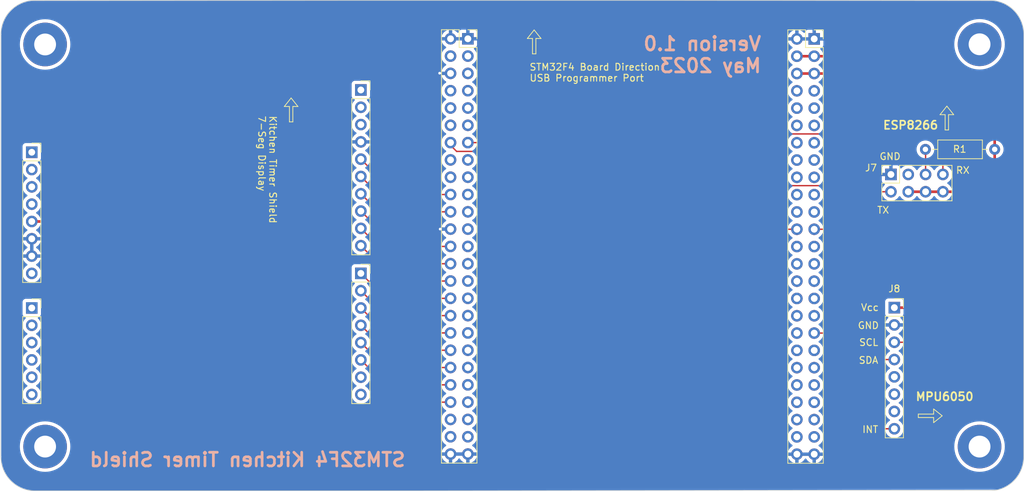
<source format=kicad_pcb>
(kicad_pcb (version 20221018) (generator pcbnew)
  (layers (0 "F.Cu" signal) (31 "B.Cu" signal) (34 "B.Paste" user) (35 "F.Paste" user) (36 "B.SilkS" user "B.Silkscreen") (37 "F.SilkS" user "F.Silkscreen") (38 "B.Mask" user) (39 "F.Mask" user) (44 "Edge.Cuts" user))
  (net 0 "")
  (net 1 "GND")
  (net 20 "+5V")
  (net 21 "+3V0")
  (net 30 "SDA")
  (net 31 "SCL")
  (net 34 "RX")
  (net 35 "TX")
  (net 59 "Dig1")
  (net 60 "Dig2")
  (net 61 "Dig3")
  (net 62 "Dig4")
  (net 63 "DS")
  (net 64 "ST_CP")
  (net 65 "SH_CP")
  (net 66 "Buzzer")
  (net 67 "RED_LED")
  (net 68 "GREEN_LED")
  (net 69 "Button_2")
  (net 70 "Button_1")
  (net 72 "Net-(J7-Pin_5)")
  (net 88 "INT")
  (footprint "Connector_PinSocket_2.54mm:PinSocket_2x25_P2.54mm_Vertical" (layer "F.Cu") (at 161.4524 42.0362)
    (fp_text reference "J2")
    (fp_text value "Discovery Board Conn 2")
    (fp_line (start -3.87 -1.33) (end -3.87 62.29) (stroke (width 0.12)) (layer "F.SilkS"))
    (fp_line (start -3.87 -1.33) (end -1.27 -1.33) (stroke (width 0.12)) (layer "F.SilkS"))
    (fp_line (start -3.87 62.29) (end 1.33 62.29) (stroke (width 0.12)) (layer "F.SilkS"))
    (fp_line (start -1.27 -1.33) (end -1.27 1.27) (stroke (width 0.12)) (layer "F.SilkS"))
    (fp_line (start -1.27 1.27) (end 1.33 1.27) (stroke (width 0.12)) (layer "F.SilkS"))
    (fp_line (start 0 -1.33) (end 1.33 -1.33) (stroke (width 0.12)) (layer "F.SilkS"))
    (fp_line (start 1.33 -1.33) (end 1.33 0) (stroke (width 0.12)) (layer "F.SilkS"))
    (fp_line (start 1.33 1.27) (end 1.33 62.29) (stroke (width 0.12)) (layer "F.SilkS"))
    (pad "1" thru_hole rect (at 0 0) (size 1.7 1.7) (drill 1) (layers "*.Cu" "*.Mask") (net 1 "GND"))
    (pad "2" thru_hole oval (at -2.54 0) (size 1.7 1.7) (drill 1) (layers "*.Cu" "*.Mask") (net 1 "GND"))
    (pad "3" thru_hole oval (at 0 2.54) (size 1.7 1.7) (drill 1) (layers "*.Cu" "*.Mask") (net 20 "+5V"))
    (pad "4" thru_hole oval (at -2.54 2.54) (size 1.7 1.7) (drill 1) (layers "*.Cu" "*.Mask") (net 20 "+5V"))
    (pad "5" thru_hole oval (at 0 5.08) (size 1.7 1.7) (drill 1) (layers "*.Cu" "*.Mask") (net 21 "+3V0"))
    (pad "6" thru_hole oval (at -2.54 5.08) (size 1.7 1.7) (drill 1) (layers "*.Cu" "*.Mask") (net 21 "+3V0"))
    (pad "7" thru_hole oval (at 0 7.62) (size 1.7 1.7) (drill 1) (layers "*.Cu" "*.Mask"))
    (pad "8" thru_hole oval (at -2.54 7.62) (size 1.7 1.7) (drill 1) (layers "*.Cu" "*.Mask"))
    (pad "9" thru_hole oval (at 0 10.16) (size 1.7 1.7) (drill 1) (layers "*.Cu" "*.Mask"))
    (pad "10" thru_hole oval (at -2.54 10.16) (size 1.7 1.7) (drill 1) (layers "*.Cu" "*.Mask"))
    (pad "11" thru_hole oval (at 0 12.7) (size 1.7 1.7) (drill 1) (layers "*.Cu" "*.Mask"))
    (pad "12" thru_hole oval (at -2.54 12.7) (size 1.7 1.7) (drill 1) (layers "*.Cu" "*.Mask"))
    (pad "13" thru_hole oval (at 0 15.24) (size 1.7 1.7) (drill 1) (layers "*.Cu" "*.Mask"))
    (pad "14" thru_hole oval (at -2.54 15.24) (size 1.7 1.7) (drill 1) (layers "*.Cu" "*.Mask"))
    (pad "15" thru_hole oval (at 0 17.78) (size 1.7 1.7) (drill 1) (layers "*.Cu" "*.Mask"))
    (pad "16" thru_hole oval (at -2.54 17.78) (size 1.7 1.7) (drill 1) (layers "*.Cu" "*.Mask"))
    (pad "17" thru_hole oval (at 0 20.32) (size 1.7 1.7) (drill 1) (layers "*.Cu" "*.Mask"))
    (pad "18" thru_hole oval (at -2.54 20.32) (size 1.7 1.7) (drill 1) (layers "*.Cu" "*.Mask"))
    (pad "19" thru_hole oval (at 0 22.86) (size 1.7 1.7) (drill 1) (layers "*.Cu" "*.Mask"))
    (pad "20" thru_hole oval (at -2.54 22.86) (size 1.7 1.7) (drill 1) (layers "*.Cu" "*.Mask"))
    (pad "21" thru_hole oval (at 0 25.4) (size 1.7 1.7) (drill 1) (layers "*.Cu" "*.Mask"))
    (pad "22" thru_hole oval (at -2.54 25.4) (size 1.7 1.7) (drill 1) (layers "*.Cu" "*.Mask"))
    (pad "23" thru_hole oval (at 0 27.94) (size 1.7 1.7) (drill 1) (layers "*.Cu" "*.Mask") (net 30 "SDA"))
    (pad "24" thru_hole oval (at -2.54 27.94) (size 1.7 1.7) (drill 1) (layers "*.Cu" "*.Mask") (net 31 "SCL"))
    (pad "25" thru_hole oval (at 0 30.48) (size 1.7 1.7) (drill 1) (layers "*.Cu" "*.Mask"))
    (pad "26" thru_hole oval (at -2.54 30.48) (size 1.7 1.7) (drill 1) (layers "*.Cu" "*.Mask"))
    (pad "27" thru_hole oval (at 0 33.02) (size 1.7 1.7) (drill 1) (layers "*.Cu" "*.Mask"))
    (pad "28" thru_hole oval (at -2.54 33.02) (size 1.7 1.7) (drill 1) (layers "*.Cu" "*.Mask"))
    (pad "29" thru_hole oval (at 0 35.56) (size 1.7 1.7) (drill 1) (layers "*.Cu" "*.Mask"))
    (pad "30" thru_hole oval (at -2.54 35.56) (size 1.7 1.7) (drill 1) (layers "*.Cu" "*.Mask"))
    (pad "31" thru_hole oval (at 0 38.1) (size 1.7 1.7) (drill 1) (layers "*.Cu" "*.Mask"))
    (pad "32" thru_hole oval (at -2.54 38.1) (size 1.7 1.7) (drill 1) (layers "*.Cu" "*.Mask"))
    (pad "33" thru_hole oval (at 0 40.64) (size 1.7 1.7) (drill 1) (layers "*.Cu" "*.Mask"))
    (pad "34" thru_hole oval (at -2.54 40.64) (size 1.7 1.7) (drill 1) (layers "*.Cu" "*.Mask"))
    (pad "35" thru_hole oval (at 0 43.18) (size 1.7 1.7) (drill 1) (layers "*.Cu" "*.Mask") (net 88 "INT"))
    (pad "36" thru_hole oval (at -2.54 43.18) (size 1.7 1.7) (drill 1) (layers "*.Cu" "*.Mask"))
    (pad "37" thru_hole oval (at 0 45.72) (size 1.7 1.7) (drill 1) (layers "*.Cu" "*.Mask"))
    (pad "38" thru_hole oval (at -2.54 45.72) (size 1.7 1.7) (drill 1) (layers "*.Cu" "*.Mask"))
    (pad "39" thru_hole oval (at 0 48.26) (size 1.7 1.7) (drill 1) (layers "*.Cu" "*.Mask"))
    (pad "40" thru_hole oval (at -2.54 48.26) (size 1.7 1.7) (drill 1) (layers "*.Cu" "*.Mask"))
    (pad "41" thru_hole oval (at 0 50.8) (size 1.7 1.7) (drill 1) (layers "*.Cu" "*.Mask"))
    (pad "42" thru_hole oval (at -2.54 50.8) (size 1.7 1.7) (drill 1) (layers "*.Cu" "*.Mask"))
    (pad "43" thru_hole oval (at 0 53.34) (size 1.7 1.7) (drill 1) (layers "*.Cu" "*.Mask"))
    (pad "44" thru_hole oval (at -2.54 53.34) (size 1.7 1.7) (drill 1) (layers "*.Cu" "*.Mask"))
    (pad "45" thru_hole oval (at 0 55.88) (size 1.7 1.7) (drill 1) (layers "*.Cu" "*.Mask"))
    (pad "46" thru_hole oval (at -2.54 55.88) (size 1.7 1.7) (drill 1) (layers "*.Cu" "*.Mask"))
    (pad "47" thru_hole oval (at 0 58.42) (size 1.7 1.7) (drill 1) (layers "*.Cu" "*.Mask"))
    (pad "48" thru_hole oval (at -2.54 58.42) (size 1.7 1.7) (drill 1) (layers "*.Cu" "*.Mask"))
    (pad "49" thru_hole oval (at 0 60.96) (size 1.7 1.7) (drill 1) (layers "*.Cu" "*.Mask") (net 1 "GND"))
    (pad "50" thru_hole oval (at -2.54 60.96) (size 1.7 1.7) (drill 1) (layers "*.Cu" "*.Mask") (net 1 "GND"))
  )
  (footprint "MountingHole:MountingHole_3.2mm_M3_Pad" (layer "F.Cu") (at 185.6994 101.8794)
    (fp_text reference "H3" hide)
    (fp_text value "MountingHole")
    (pad "1" thru_hole circle (at 0 0) (size 6.4 6.4) (drill 3.2) (layers "*.Cu" "*.Mask"))
  )
  (footprint "Connector_PinSocket_2.54mm:PinSocket_1x08_P2.54mm_Vertical" (layer "F.Cu") (at 94.9706 76.454)
    (fp_text reference "J6" hide)
    (fp_text value "Digital/PWM")
    (fp_line (start -1.33 1.27) (end -1.33 19.11) (stroke (width 0.12)) (layer "F.SilkS"))
    (fp_line (start -1.33 1.27) (end 1.33 1.27) (stroke (width 0.12)) (layer "F.SilkS"))
    (fp_line (start -1.33 19.11) (end 1.33 19.11) (stroke (width 0.12)) (layer "F.SilkS"))
    (fp_line (start 0 -1.33) (end 1.33 -1.33) (stroke (width 0.12)) (layer "F.SilkS"))
    (fp_line (start 1.33 -1.33) (end 1.33 0) (stroke (width 0.12)) (layer "F.SilkS"))
    (fp_line (start 1.33 1.27) (end 1.33 19.11) (stroke (width 0.12)) (layer "F.SilkS"))
    (pad "1" thru_hole rect (at 0 0) (size 1.7 1.7) (drill 1) (layers "*.Cu" "*.Mask") (net 65 "SH_CP"))
    (pad "2" thru_hole oval (at 0 2.54) (size 1.7 1.7) (drill 1) (layers "*.Cu" "*.Mask") (net 66 "Buzzer"))
    (pad "3" thru_hole oval (at 0 5.08) (size 1.7 1.7) (drill 1) (layers "*.Cu" "*.Mask") (net 67 "RED_LED"))
    (pad "4" thru_hole oval (at 0 7.62) (size 1.7 1.7) (drill 1) (layers "*.Cu" "*.Mask") (net 68 "GREEN_LED"))
    (pad "5" thru_hole oval (at 0 10.16) (size 1.7 1.7) (drill 1) (layers "*.Cu" "*.Mask") (net 69 "Button_2"))
    (pad "6" thru_hole oval (at 0 12.7) (size 1.7 1.7) (drill 1) (layers "*.Cu" "*.Mask") (net 70 "Button_1"))
    (pad "7" thru_hole oval (at 0 15.24) (size 1.7 1.7) (drill 1) (layers "*.Cu" "*.Mask"))
    (pad "8" thru_hole oval (at 0 17.78) (size 1.7 1.7) (drill 1) (layers "*.Cu" "*.Mask"))
  )
  (footprint "Connector_PinSocket_2.54mm:PinSocket_2x04_P2.54mm_Vertical" (layer "F.Cu") (at 172.7046 61.9306 90)
    (fp_text reference "J7" (at 0.9652 -2.921) (layer "F.SilkS"))
    (fp_text value "ESP_Conn")
    (fp_line (start -3.87 -1.33) (end -3.87 8.95) (stroke (width 0.12)) (layer "F.SilkS"))
    (fp_line (start -3.87 -1.33) (end -1.27 -1.33) (stroke (width 0.12)) (layer "F.SilkS"))
    (fp_line (start -3.87 8.95) (end 1.33 8.95) (stroke (width 0.12)) (layer "F.SilkS"))
    (fp_line (start -1.27 -1.33) (end -1.27 1.27) (stroke (width 0.12)) (layer "F.SilkS"))
    (fp_line (start -1.27 1.27) (end 1.33 1.27) (stroke (width 0.12)) (layer "F.SilkS"))
    (fp_line (start 0 -1.33) (end 1.33 -1.33) (stroke (width 0.12)) (layer "F.SilkS"))
    (fp_line (start 1.33 -1.33) (end 1.33 0) (stroke (width 0.12)) (layer "F.SilkS"))
    (fp_line (start 1.33 1.27) (end 1.33 8.95) (stroke (width 0.12)) (layer "F.SilkS"))
    (pad "1" thru_hole rect (at 0 0 90) (size 1.7 1.7) (drill 1) (layers "*.Cu" "*.Mask") (net 1 "GND"))
    (pad "2" thru_hole oval (at -2.54 0 90) (size 1.7 1.7) (drill 1) (layers "*.Cu" "*.Mask") (net 35 "TX"))
    (pad "3" thru_hole oval (at 0 2.54 90) (size 1.7 1.7) (drill 1) (layers "*.Cu" "*.Mask"))
    (pad "4" thru_hole oval (at -2.54 2.54 90) (size 1.7 1.7) (drill 1) (layers "*.Cu" "*.Mask") (net 21 "+3V0"))
    (pad "5" thru_hole oval (at 0 5.08 90) (size 1.7 1.7) (drill 1) (layers "*.Cu" "*.Mask") (net 72 "Net-(J7-Pin_5)"))
    (pad "6" thru_hole oval (at -2.54 5.08 90) (size 1.7 1.7) (drill 1) (layers "*.Cu" "*.Mask") (net 21 "+3V0"))
    (pad "7" thru_hole oval (at 0 7.62 90) (size 1.7 1.7) (drill 1) (layers "*.Cu" "*.Mask") (net 34 "RX"))
    (pad "8" thru_hole oval (at -2.54 7.62 90) (size 1.7 1.7) (drill 1) (layers "*.Cu" "*.Mask") (net 21 "+3V0"))
  )
  (footprint "Connector_PinSocket_2.54mm:PinSocket_2x25_P2.54mm_Vertical" (layer "F.Cu") (at 110.6624 42.0162)
    (fp_text reference "J1")
    (fp_text value "Discovery Board Conn 1")
    (fp_line (start -3.87 -1.33) (end -3.87 62.29) (stroke (width 0.12)) (layer "F.SilkS"))
    (fp_line (start -3.87 -1.33) (end -1.27 -1.33) (stroke (width 0.12)) (layer "F.SilkS"))
    (fp_line (start -3.87 62.29) (end 1.33 62.29) (stroke (width 0.12)) (layer "F.SilkS"))
    (fp_line (start -1.27 -1.33) (end -1.27 1.27) (stroke (width 0.12)) (layer "F.SilkS"))
    (fp_line (start -1.27 1.27) (end 1.33 1.27) (stroke (width 0.12)) (layer "F.SilkS"))
    (fp_line (start 0 -1.33) (end 1.33 -1.33) (stroke (width 0.12)) (layer "F.SilkS"))
    (fp_line (start 1.33 -1.33) (end 1.33 0) (stroke (width 0.12)) (layer "F.SilkS"))
    (fp_line (start 1.33 1.27) (end 1.33 62.29) (stroke (width 0.12)) (layer "F.SilkS"))
    (pad "1" thru_hole rect (at 0 0) (size 1.7 1.7) (drill 1) (layers "*.Cu" "*.Mask") (net 1 "GND"))
    (pad "2" thru_hole oval (at -2.54 0) (size 1.7 1.7) (drill 1) (layers "*.Cu" "*.Mask") (net 1 "GND"))
    (pad "3" thru_hole oval (at 0 2.54) (size 1.7 1.7) (drill 1) (layers "*.Cu" "*.Mask"))
    (pad "4" thru_hole oval (at -2.54 2.54) (size 1.7 1.7) (drill 1) (layers "*.Cu" "*.Mask"))
    (pad "5" thru_hole oval (at 0 5.08) (size 1.7 1.7) (drill 1) (layers "*.Cu" "*.Mask"))
    (pad "6" thru_hole oval (at -2.54 5.08) (size 1.7 1.7) (drill 1) (layers "*.Cu" "*.Mask") (net 1 "GND"))
    (pad "7" thru_hole oval (at 0 7.62) (size 1.7 1.7) (drill 1) (layers "*.Cu" "*.Mask"))
    (pad "8" thru_hole oval (at -2.54 7.62) (size 1.7 1.7) (drill 1) (layers "*.Cu" "*.Mask"))
    (pad "9" thru_hole oval (at 0 10.16) (size 1.7 1.7) (drill 1) (layers "*.Cu" "*.Mask"))
    (pad "10" thru_hole oval (at -2.54 10.16) (size 1.7 1.7) (drill 1) (layers "*.Cu" "*.Mask"))
    (pad "11" thru_hole oval (at 0 12.7) (size 1.7 1.7) (drill 1) (layers "*.Cu" "*.Mask"))
    (pad "12" thru_hole oval (at -2.54 12.7) (size 1.7 1.7) (drill 1) (layers "*.Cu" "*.Mask"))
    (pad "13" thru_hole oval (at 0 15.24) (size 1.7 1.7) (drill 1) (layers "*.Cu" "*.Mask") (net 34 "RX"))
    (pad "14" thru_hole oval (at -2.54 15.24) (size 1.7 1.7) (drill 1) (layers "*.Cu" "*.Mask") (net 35 "TX"))
    (pad "15" thru_hole oval (at 0 17.78) (size 1.7 1.7) (drill 1) (layers "*.Cu" "*.Mask"))
    (pad "16" thru_hole oval (at -2.54 17.78) (size 1.7 1.7) (drill 1) (layers "*.Cu" "*.Mask"))
    (pad "17" thru_hole oval (at 0 20.32) (size 1.7 1.7) (drill 1) (layers "*.Cu" "*.Mask"))
    (pad "18" thru_hole oval (at -2.54 20.32) (size 1.7 1.7) (drill 1) (layers "*.Cu" "*.Mask"))
    (pad "19" thru_hole oval (at 0 22.86) (size 1.7 1.7) (drill 1) (layers "*.Cu" "*.Mask"))
    (pad "20" thru_hole oval (at -2.54 22.86) (size 1.7 1.7) (drill 1) (layers "*.Cu" "*.Mask") (net 59 "Dig1"))
    (pad "21" thru_hole oval (at 0 25.4) (size 1.7 1.7) (drill 1) (layers "*.Cu" "*.Mask"))
    (pad "22" thru_hole oval (at -2.54 25.4) (size 1.7 1.7) (drill 1) (layers "*.Cu" "*.Mask") (net 60 "Dig2"))
    (pad "23" thru_hole oval (at 0 27.94) (size 1.7 1.7) (drill 1) (layers "*.Cu" "*.Mask"))
    (pad "24" thru_hole oval (at -2.54 27.94) (size 1.7 1.7) (drill 1) (layers "*.Cu" "*.Mask") (net 1 "GND"))
    (pad "25" thru_hole oval (at 0 30.48) (size 1.7 1.7) (drill 1) (layers "*.Cu" "*.Mask"))
    (pad "26" thru_hole oval (at -2.54 30.48) (size 1.7 1.7) (drill 1) (layers "*.Cu" "*.Mask") (net 61 "Dig3"))
    (pad "27" thru_hole oval (at 0 33.02) (size 1.7 1.7) (drill 1) (layers "*.Cu" "*.Mask"))
    (pad "28" thru_hole oval (at -2.54 33.02) (size 1.7 1.7) (drill 1) (layers "*.Cu" "*.Mask") (net 62 "Dig4"))
    (pad "29" thru_hole oval (at 0 35.56) (size 1.7 1.7) (drill 1) (layers "*.Cu" "*.Mask"))
    (pad "30" thru_hole oval (at -2.54 35.56) (size 1.7 1.7) (drill 1) (layers "*.Cu" "*.Mask") (net 63 "DS"))
    (pad "31" thru_hole oval (at 0 38.1) (size 1.7 1.7) (drill 1) (layers "*.Cu" "*.Mask"))
    (pad "32" thru_hole oval (at -2.54 38.1) (size 1.7 1.7) (drill 1) (layers "*.Cu" "*.Mask") (net 64 "ST_CP"))
    (pad "33" thru_hole oval (at 0 40.64) (size 1.7 1.7) (drill 1) (layers "*.Cu" "*.Mask"))
    (pad "34" thru_hole oval (at -2.54 40.64) (size 1.7 1.7) (drill 1) (layers "*.Cu" "*.Mask") (net 65 "SH_CP"))
    (pad "35" thru_hole oval (at 0 43.18) (size 1.7 1.7) (drill 1) (layers "*.Cu" "*.Mask"))
    (pad "36" thru_hole oval (at -2.54 43.18) (size 1.7 1.7) (drill 1) (layers "*.Cu" "*.Mask") (net 66 "Buzzer"))
    (pad "37" thru_hole oval (at 0 45.72) (size 1.7 1.7) (drill 1) (layers "*.Cu" "*.Mask"))
    (pad "38" thru_hole oval (at -2.54 45.72) (size 1.7 1.7) (drill 1) (layers "*.Cu" "*.Mask") (net 67 "RED_LED"))
    (pad "39" thru_hole oval (at 0 48.26) (size 1.7 1.7) (drill 1) (layers "*.Cu" "*.Mask"))
    (pad "40" thru_hole oval (at -2.54 48.26) (size 1.7 1.7) (drill 1) (layers "*.Cu" "*.Mask") (net 68 "GREEN_LED"))
    (pad "41" thru_hole oval (at 0 50.8) (size 1.7 1.7) (drill 1) (layers "*.Cu" "*.Mask"))
    (pad "42" thru_hole oval (at -2.54 50.8) (size 1.7 1.7) (drill 1) (layers "*.Cu" "*.Mask") (net 69 "Button_2"))
    (pad "43" thru_hole oval (at 0 53.34) (size 1.7 1.7) (drill 1) (layers "*.Cu" "*.Mask"))
    (pad "44" thru_hole oval (at -2.54 53.34) (size 1.7 1.7) (drill 1) (layers "*.Cu" "*.Mask") (net 70 "Button_1"))
    (pad "45" thru_hole oval (at 0 55.88) (size 1.7 1.7) (drill 1) (layers "*.Cu" "*.Mask"))
    (pad "46" thru_hole oval (at -2.54 55.88) (size 1.7 1.7) (drill 1) (layers "*.Cu" "*.Mask"))
    (pad "47" thru_hole oval (at 0 58.42) (size 1.7 1.7) (drill 1) (layers "*.Cu" "*.Mask"))
    (pad "48" thru_hole oval (at -2.54 58.42) (size 1.7 1.7) (drill 1) (layers "*.Cu" "*.Mask"))
    (pad "49" thru_hole oval (at 0 60.96) (size 1.7 1.7) (drill 1) (layers "*.Cu" "*.Mask") (net 1 "GND"))
    (pad "50" thru_hole oval (at -2.54 60.96) (size 1.7 1.7) (drill 1) (layers "*.Cu" "*.Mask") (net 1 "GND"))
  )
  (footprint "Connector_PinSocket_2.54mm:PinSocket_1x06_P2.54mm_Vertical" (layer "F.Cu") (at 46.7106 81.534)
    (fp_text reference "J4" hide)
    (fp_text value "Analog")
    (fp_line (start -1.33 1.27) (end -1.33 14.03) (stroke (width 0.12)) (layer "F.SilkS"))
    (fp_line (start -1.33 1.27) (end 1.33 1.27) (stroke (width 0.12)) (layer "F.SilkS"))
    (fp_line (start -1.33 14.03) (end 1.33 14.03) (stroke (width 0.12)) (layer "F.SilkS"))
    (fp_line (start 0 -1.33) (end 1.33 -1.33) (stroke (width 0.12)) (layer "F.SilkS"))
    (fp_line (start 1.33 -1.33) (end 1.33 0) (stroke (width 0.12)) (layer "F.SilkS"))
    (fp_line (start 1.33 1.27) (end 1.33 14.03) (stroke (width 0.12)) (layer "F.SilkS"))
    (pad "1" thru_hole rect (at 0 0) (size 1.7 1.7) (drill 1) (layers "*.Cu" "*.Mask"))
    (pad "2" thru_hole oval (at 0 2.54) (size 1.7 1.7) (drill 1) (layers "*.Cu" "*.Mask"))
    (pad "3" thru_hole oval (at 0 5.08) (size 1.7 1.7) (drill 1) (layers "*.Cu" "*.Mask"))
    (pad "4" thru_hole oval (at 0 7.62) (size 1.7 1.7) (drill 1) (layers "*.Cu" "*.Mask"))
    (pad "5" thru_hole oval (at 0 10.16) (size 1.7 1.7) (drill 1) (layers "*.Cu" "*.Mask"))
    (pad "6" thru_hole oval (at 0 12.7) (size 1.7 1.7) (drill 1) (layers "*.Cu" "*.Mask"))
  )
  (footprint "Connector_PinSocket_2.54mm:PinSocket_1x08_P2.54mm_Vertical" (layer "F.Cu") (at 46.7106 58.674)
    (fp_text reference "J3" hide)
    (fp_text value "Power")
    (fp_line (start -1.33 1.27) (end -1.33 19.11) (stroke (width 0.12)) (layer "F.SilkS"))
    (fp_line (start -1.33 1.27) (end 1.33 1.27) (stroke (width 0.12)) (layer "F.SilkS"))
    (fp_line (start -1.33 19.11) (end 1.33 19.11) (stroke (width 0.12)) (layer "F.SilkS"))
    (fp_line (start 0 -1.33) (end 1.33 -1.33) (stroke (width 0.12)) (layer "F.SilkS"))
    (fp_line (start 1.33 -1.33) (end 1.33 0) (stroke (width 0.12)) (layer "F.SilkS"))
    (fp_line (start 1.33 1.27) (end 1.33 19.11) (stroke (width 0.12)) (layer "F.SilkS"))
    (pad "1" thru_hole rect (at 0 0) (size 1.7 1.7) (drill 1) (layers "*.Cu" "*.Mask"))
    (pad "2" thru_hole oval (at 0 2.54) (size 1.7 1.7) (drill 1) (layers "*.Cu" "*.Mask"))
    (pad "3" thru_hole oval (at 0 5.08) (size 1.7 1.7) (drill 1) (layers "*.Cu" "*.Mask"))
    (pad "4" thru_hole oval (at 0 7.62) (size 1.7 1.7) (drill 1) (layers "*.Cu" "*.Mask"))
    (pad "5" thru_hole oval (at 0 10.16) (size 1.7 1.7) (drill 1) (layers "*.Cu" "*.Mask") (net 20 "+5V"))
    (pad "6" thru_hole oval (at 0 12.7) (size 1.7 1.7) (drill 1) (layers "*.Cu" "*.Mask") (net 1 "GND"))
    (pad "7" thru_hole oval (at 0 15.24) (size 1.7 1.7) (drill 1) (layers "*.Cu" "*.Mask") (net 1 "GND"))
    (pad "8" thru_hole oval (at 0 17.78) (size 1.7 1.7) (drill 1) (layers "*.Cu" "*.Mask"))
  )
  (footprint "Connector_PinSocket_2.54mm:PinSocket_1x10_P2.54mm_Vertical" (layer "F.Cu") (at 94.9706 49.53)
    (fp_text reference "J5" hide)
    (fp_text value "Digital/PWM")
    (fp_line (start -1.33 1.27) (end -1.33 24.19) (stroke (width 0.12)) (layer "F.SilkS"))
    (fp_line (start -1.33 1.27) (end 1.33 1.27) (stroke (width 0.12)) (layer "F.SilkS"))
    (fp_line (start -1.33 24.19) (end 1.33 24.19) (stroke (width 0.12)) (layer "F.SilkS"))
    (fp_line (start 0 -1.33) (end 1.33 -1.33) (stroke (width 0.12)) (layer "F.SilkS"))
    (fp_line (start 1.33 -1.33) (end 1.33 0) (stroke (width 0.12)) (layer "F.SilkS"))
    (fp_line (start 1.33 1.27) (end 1.33 24.19) (stroke (width 0.12)) (layer "F.SilkS"))
    (pad "1" thru_hole rect (at 0 0) (size 1.7 1.7) (drill 1) (layers "*.Cu" "*.Mask"))
    (pad "2" thru_hole oval (at 0 2.54) (size 1.7 1.7) (drill 1) (layers "*.Cu" "*.Mask"))
    (pad "3" thru_hole oval (at 0 5.08) (size 1.7 1.7) (drill 1) (layers "*.Cu" "*.Mask"))
    (pad "4" thru_hole oval (at 0 7.62) (size 1.7 1.7) (drill 1) (layers "*.Cu" "*.Mask") (net 1 "GND"))
    (pad "5" thru_hole oval (at 0 10.16) (size 1.7 1.7) (drill 1) (layers "*.Cu" "*.Mask") (net 59 "Dig1"))
    (pad "6" thru_hole oval (at 0 12.7) (size 1.7 1.7) (drill 1) (layers "*.Cu" "*.Mask") (net 60 "Dig2"))
    (pad "7" thru_hole oval (at 0 15.24) (size 1.7 1.7) (drill 1) (layers "*.Cu" "*.Mask") (net 61 "Dig3"))
    (pad "8" thru_hole oval (at 0 17.78) (size 1.7 1.7) (drill 1) (layers "*.Cu" "*.Mask") (net 62 "Dig4"))
    (pad "9" thru_hole oval (at 0 20.32) (size 1.7 1.7) (drill 1) (layers "*.Cu" "*.Mask") (net 63 "DS"))
    (pad "10" thru_hole oval (at 0 22.86) (size 1.7 1.7) (drill 1) (layers "*.Cu" "*.Mask") (net 64 "ST_CP"))
  )
  (footprint "Resistor_THT:R_Axial_DIN0207_L6.3mm_D2.5mm_P10.16mm_Horizontal" (layer "F.Cu") (at 187.9192 58.2476 180)
    (fp_text reference "R1" (at 5.1308 0.0254) (layer "F.SilkS"))
    (fp_text value "10k")
    (fp_line (start 1.04 0) (end 1.81 0) (stroke (width 0.12)) (layer "F.SilkS"))
    (fp_line (start 1.81 -1.37) (end 1.81 1.37) (stroke (width 0.12)) (layer "F.SilkS"))
    (fp_line (start 1.81 1.37) (end 8.35 1.37) (stroke (width 0.12)) (layer "F.SilkS"))
    (fp_line (start 8.35 -1.37) (end 1.81 -1.37) (stroke (width 0.12)) (layer "F.SilkS"))
    (fp_line (start 8.35 1.37) (end 8.35 -1.37) (stroke (width 0.12)) (layer "F.SilkS"))
    (fp_line (start 9.12 0) (end 8.35 0) (stroke (width 0.12)) (layer "F.SilkS"))
    (pad "1" thru_hole circle (at 0 0 180) (size 1.6 1.6) (drill 0.8) (layers "*.Cu" "*.Mask") (net 21 "+3V0"))
    (pad "2" thru_hole oval (at 10.16 0 180) (size 1.6 1.6) (drill 0.8) (layers "*.Cu" "*.Mask") (net 72 "Net-(J7-Pin_5)"))
  )
  (footprint "MountingHole:MountingHole_3.2mm_M3_Pad" (layer "F.Cu") (at 48.6664 101.8794)
    (fp_text reference "H4" hide)
    (fp_text value "MountingHole")
    (pad "1" thru_hole circle (at 0 0) (size 6.4 6.4) (drill 3.2) (layers "*.Cu" "*.Mask"))
  )
  (footprint "MountingHole:MountingHole_3.2mm_M3_Pad" (layer "F.Cu") (at 48.6664 42.8498)
    (fp_text reference "H1" hide)
    (fp_text value "MountingHole")
    (pad "1" thru_hole circle (at 0 0) (size 6.4 6.4) (drill 3.2) (layers "*.Cu" "*.Mask"))
  )
  (footprint "Connector_PinSocket_2.54mm:PinSocket_1x08_P2.54mm_Vertical" (layer "F.Cu") (at 173.2026 81.4832)
    (fp_text reference "J8" (at 0 -2.77) (layer "F.SilkS"))
    (fp_text value "MPU6050_Conn")
    (fp_line (start -1.33 1.27) (end -1.33 19.11) (stroke (width 0.12)) (layer "F.SilkS"))
    (fp_line (start -1.33 1.27) (end 1.33 1.27) (stroke (width 0.12)) (layer "F.SilkS"))
    (fp_line (start -1.33 19.11) (end 1.33 19.11) (stroke (width 0.12)) (layer "F.SilkS"))
    (fp_line (start 0 -1.33) (end 1.33 -1.33) (stroke (width 0.12)) (layer "F.SilkS"))
    (fp_line (start 1.33 -1.33) (end 1.33 0) (stroke (width 0.12)) (layer "F.SilkS"))
    (fp_line (start 1.33 1.27) (end 1.33 19.11) (stroke (width 0.12)) (layer "F.SilkS"))
    (pad "1" thru_hole rect (at 0 0) (size 1.7 1.7) (drill 1) (layers "*.Cu" "*.Mask") (net 20 "+5V"))
    (pad "2" thru_hole oval (at 0 2.54) (size 1.7 1.7) (drill 1) (layers "*.Cu" "*.Mask") (net 1 "GND"))
    (pad "3" thru_hole oval (at 0 5.08) (size 1.7 1.7) (drill 1) (layers "*.Cu" "*.Mask") (net 31 "SCL"))
    (pad "4" thru_hole oval (at 0 7.62) (size 1.7 1.7) (drill 1) (layers "*.Cu" "*.Mask") (net 30 "SDA"))
    (pad "5" thru_hole oval (at 0 10.16) (size 1.7 1.7) (drill 1) (layers "*.Cu" "*.Mask"))
    (pad "6" thru_hole oval (at 0 12.7) (size 1.7 1.7) (drill 1) (layers "*.Cu" "*.Mask"))
    (pad "7" thru_hole oval (at 0 15.24) (size 1.7 1.7) (drill 1) (layers "*.Cu" "*.Mask"))
    (pad "8" thru_hole oval (at 0 17.78) (size 1.7 1.7) (drill 1) (layers "*.Cu" "*.Mask") (net 88 "INT"))
  )
  (footprint "MountingHole:MountingHole_3.2mm_M3_Pad" (layer "F.Cu") (at 185.6994 42.8244)
    (fp_text reference "H2" hide)
    (fp_text value "MountingHole")
    (pad "1" thru_hole circle (at 0 0) (size 6.4 6.4) (drill 3.2) (layers "*.Cu" "*.Mask"))
  )
  (gr_line (start 85.7424 51.9584) (end 84.7424 50.7084) (stroke (width 0.12)) (layer "F.SilkS"))
  (gr_line (start 84.7424 50.7084) (end 83.7424 51.9584) (stroke (width 0.12)) (layer "F.SilkS"))
  (gr_line (start 180.6548 53.1528) (end 179.9048 53.1528) (stroke (width 0.12)) (layer "F.SilkS"))
  (gr_line (start 120.1346 41.9706) (end 119.3846 41.9706) (stroke (width 0.12)) (layer "F.SilkS"))
  (gr_line (start 121.3846 41.9706) (end 120.3846 40.7206) (stroke (width 0.12)) (layer "F.SilkS"))
  (gr_line (start 178.9684 98.3622) (end 178.9684 97.6122) (stroke (width 0.12)) (layer "F.SilkS"))
  (gr_line (start 84.4924 51.9584) (end 83.7424 51.9584) (stroke (width 0.12)) (layer "F.SilkS"))
  (gr_line (start 180.6548 55.4028) (end 181.1548 55.4028) (stroke (width 0.12)) (layer "F.SilkS"))
  (gr_line (start 84.4924 54.2084) (end 84.9924 54.2084) (stroke (width 0.12)) (layer "F.SilkS"))
  (gr_line (start 180.6548 53.1528) (end 180.6548 55.4028) (stroke (width 0.12)) (layer "F.SilkS"))
  (gr_line (start 84.4924 51.9584) (end 84.4924 54.2084) (stroke (width 0.12)) (layer "F.SilkS"))
  (gr_line (start 121.3846 41.9706) (end 120.6346 41.9706) (stroke (width 0.12)) (layer "F.SilkS"))
  (gr_line (start 178.9684 97.1122) (end 176.7184 97.1122) (stroke (width 0.12)) (layer "F.SilkS"))
  (gr_line (start 181.1548 55.4028) (end 181.1548 53.1528) (stroke (width 0.12)) (layer "F.SilkS"))
  (gr_line (start 180.2184 97.3622) (end 178.9684 96.3622) (stroke (width 0.12)) (layer "F.SilkS"))
  (gr_line (start 181.9048 53.1528) (end 181.1548 53.1528) (stroke (width 0.12)) (layer "F.SilkS"))
  (gr_line (start 180.9048 51.9028) (end 179.9048 53.1528) (stroke (width 0.12)) (layer "F.SilkS"))
  (gr_line (start 176.7184 97.1122) (end 176.7184 97.6122) (stroke (width 0.12)) (layer "F.SilkS"))
  (gr_line (start 178.9684 97.1122) (end 178.9684 96.3622) (stroke (width 0.12)) (layer "F.SilkS"))
  (gr_line (start 85.7424 51.9584) (end 84.9924 51.9584) (stroke (width 0.12)) (layer "F.SilkS"))
  (gr_line (start 84.9924 54.2084) (end 84.9924 51.9584) (stroke (width 0.12)) (layer "F.SilkS"))
  (gr_line (start 120.1346 44.2206) (end 120.6346 44.2206) (stroke (width 0.12)) (layer "F.SilkS"))
  (gr_line (start 178.9684 98.3622) (end 180.2184 97.3622) (stroke (width 0.12)) (layer "F.SilkS"))
  (gr_line (start 120.6346 44.2206) (end 120.6346 41.9706) (stroke (width 0.12)) (layer "F.SilkS"))
  (gr_line (start 176.7184 97.6122) (end 178.9684 97.6122) (stroke (width 0.12)) (layer "F.SilkS"))
  (gr_line (start 120.1346 41.9706) (end 120.1346 44.2206) (stroke (width 0.12)) (layer "F.SilkS"))
  (gr_line (start 120.3846 40.7206) (end 119.3846 41.9706) (stroke (width 0.12)) (layer "F.SilkS"))
  (gr_line (start 181.9048 53.1528) (end 180.9048 51.9028) (stroke (width 0.12)) (layer "F.SilkS"))
  (gr_arc (start 47.1932 108.3728) (mid 43.654979 106.907221) (end 42.1894 103.369) (stroke (width 0.1)) (layer "Edge.Cuts"))
  (gr_line (start 42.1894 41.3766) (end 42.1894 103.369) (stroke (width 0.1)) (layer "Edge.Cuts"))
  (gr_line (start 47.1932 108.3728) (end 187.1726 108.3691) (stroke (width 0.1)) (layer "Edge.Cuts"))
  (gr_arc (start 192.1764 103.3653) (mid 190.710821 106.903521) (end 187.1726 108.3691) (stroke (width 0.1)) (layer "Edge.Cuts"))
  (gr_arc (start 187.1856 36.3728) (mid 190.723821 37.838379) (end 192.1894 41.3766) (stroke (width 0.1)) (layer "Edge.Cuts"))
  (gr_arc (start 42.1894 41.3766) (mid 43.654979 37.838379) (end 47.1932 36.3728) (stroke (width 0.1)) (layer "Edge.Cuts"))
  (gr_line (start 187.1856 36.3728) (end 47.1932 36.3728) (stroke (width 0.1)) (layer "Edge.Cuts"))
  (gr_line (start 192.1764 103.3653) (end 192.1894 41.3766) (stroke (width 0.1)) (layer "Edge.Cuts"))
  (gr_text "STM32F4 Kitchen Timer Shield\n" (at 101.7016 104.9782) (layer "B.SilkS") (effects (font (size 2 2) (thickness 0.4) bold) (justify left bottom mirror)))
  (gr_text "Version 1.0\nMay 2023" (at 153.8732 47.1424) (layer "B.SilkS") (effects (font (size 2 2) (thickness 0.4) bold) (justify left bottom mirror)))
  (gr_text "RX" (at 183.2456 61.321) (layer "F.SilkS") (effects (font (size 1 1))))
  (gr_text "SCL" (at 169.4434 86.5886) (layer "F.SilkS") (effects (font (size 1 1))))
  (gr_text "STM32F4 Board Direction\nUSB Programmer Port" (at 119.6346 46.9706) (layer "F.SilkS") (effects (font (size 1 1)) (justify left)))
  (gr_text "ESP8266" (at 171.4266 55.3954) (layer "F.SilkS") (effects (font (size 1.2 1.2) (thickness 0.24) bold) (justify left bottom)))
  (gr_text "MPU6050" (at 176.2252 95.25) (layer "F.SilkS") (effects (font (size 1.2 1.2) (thickness 0.24) bold) (justify left bottom)))
  (gr_text "GND" (at 172.5776 59.289) (layer "F.SilkS") (effects (font (size 1 1))))
  (gr_text "GND" (at 169.3926 84.0994) (layer "F.SilkS") (effects (font (size 1 1))))
  (gr_text "SDA" (at 169.418 89.2048) (layer "F.SilkS") (effects (font (size 1 1))))
  (gr_text "INT" (at 169.672 99.3648) (layer "F.SilkS") (effects (font (size 1 1))))
  (gr_text "Kitchen Timer Shield\n7-Seg Display" (at 81.2546 53.2384 -90) (layer "F.SilkS") (effects (font (size 1 1)) (justify left)))
  (gr_text "Vcc" (at 169.6212 81.4578) (layer "F.SilkS") (effects (font (size 1 1))))
  (gr_text "TX" (at 171.5616 67.163) (layer "F.SilkS") (effects (font (size 1 1))))
  (segment (start 108.1224 47.0962) (end 106.5576 47.0962) (width 0.2032) (layer "F.Cu") (net 1))
  (segment (start 108.1224 69.9562) (end 106.6084 69.9562) (width 0.381) (layer "F.Cu") (net 1))
  (segment (start 106.5576 47.0962) (end 106.5276 47.0662) (width 0.2032) (layer "F.Cu") (net 1))
  (segment (start 106.6084 69.9562) (end 106.6038 69.9516) (width 0.381) (layer "F.Cu") (net 1))
  (via (at 106.5276 47.0662) (size 0.8) (drill 0.4) (layers "F.Cu" "B.Cu") (net 1))
  (via (at 106.6038 69.9516) (size 0.8) (drill 0.4) (layers "F.Cu" "B.Cu") (net 1))
  (segment (start 46.7106 68.834) (end 50.673 68.834) (width 0.381) (layer "F.Cu") (net 20))
  (segment (start 173.2026 81.4832) (end 187.9092 81.4832) (width 0.381) (layer "F.Cu") (net 20))
  (segment (start 60.8584 38.0492) (end 163.322 38.0492) (width 0.381) (layer "F.Cu") (net 20))
  (segment (start 189.5094 48.6156) (end 170.5356 48.6156) (width 0.381) (layer "F.Cu") (net 20))
  (segment (start 170.5356 48.6156) (end 164.8714 42.9514) (width 0.381) (layer "F.Cu") (net 20))
  (segment (start 50.673 68.834) (end 55.4228 64.0842) (width 0.381) (layer "F.Cu") (net 20))
  (segment (start 163.2466 44.5762) (end 161.4524 44.5762) (width 0.381) (layer "F.Cu") (net 20))
  (segment (start 164.8714 39.5986) (end 164.8714 42.9514) (width 0.381) (layer "F.Cu") (net 20))
  (segment (start 163.322 38.0492) (end 164.8714 39.5986) (width 0.381) (layer "F.Cu") (net 20))
  (segment (start 190.5762 78.8162) (end 190.5762 49.6824) (width 0.381) (layer "F.Cu") (net 20))
  (segment (start 190.5762 49.6824) (end 189.5094 48.6156) (width 0.381) (layer "F.Cu") (net 20))
  (segment (start 55.4228 64.0842) (end 55.4228 43.4848) (width 0.381) (layer "F.Cu") (net 20))
  (segment (start 55.4228 43.4848) (end 60.8584 38.0492) (width 0.381) (layer "F.Cu") (net 20))
  (segment (start 164.8714 42.9514) (end 163.2466 44.5762) (width 0.381) (layer "F.Cu") (net 20))
  (segment (start 158.9124 44.5762) (end 161.4524 44.5762) (width 0.381) (layer "F.Cu") (net 20))
  (segment (start 187.9092 81.4832) (end 190.5762 78.8162) (width 0.381) (layer "F.Cu") (net 20))
  (segment (start 180.3246 64.4706) (end 186.456 64.4706) (width 0.381) (layer "F.Cu") (net 21))
  (segment (start 165.0238 47.0916) (end 168.1734 50.2412) (width 0.381) (layer "F.Cu") (net 21))
  (segment (start 161.4524 47.1162) (end 164.9992 47.1162) (width 0.381) (layer "F.Cu") (net 21))
  (segment (start 175.2446 64.4706) (end 177.7846 64.4706) (width 0.381) (layer "F.Cu") (net 21))
  (segment (start 186.456 64.4706) (end 187.96 62.9666) (width 0.381) (layer "F.Cu") (net 21))
  (segment (start 187.9192 52.9436) (end 187.9192 58.2476) (width 0.381) (layer "F.Cu") (net 21))
  (segment (start 177.7846 64.4706) (end 180.3246 64.4706) (width 0.381) (layer "F.Cu") (net 21))
  (segment (start 164.9992 47.1162) (end 165.0238 47.0916) (width 0.381) (layer "F.Cu") (net 21))
  (segment (start 187.96 62.9666) (end 187.9192 62.9258) (width 0.381) (layer "F.Cu") (net 21))
  (segment (start 187.9192 62.9258) (end 187.9192 58.2476) (width 0.381) (layer "F.Cu") (net 21))
  (segment (start 185.2168 50.2412) (end 187.9192 52.9436) (width 0.381) (layer "F.Cu") (net 21))
  (segment (start 161.4524 47.1162) (end 158.9124 47.1162) (width 0.381) (layer "F.Cu") (net 21))
  (segment (start 168.1734 50.2412) (end 185.2168 50.2412) (width 0.381) (layer "F.Cu") (net 21))
  (segment (start 166.9288 89.1032) (end 165.2016 87.376) (width 0.2032) (layer "F.Cu") (net 30))
  (segment (start 165.2016 87.376) (end 165.2016 70.4342) (width 0.2032) (layer "F.Cu") (net 30))
  (segment (start 164.7436 69.9762) (end 161.4524 69.9762) (width 0.2032) (layer "F.Cu") (net 30))
  (segment (start 173.2026 89.1032) (end 166.9288 89.1032) (width 0.2032) (layer "F.Cu") (net 30))
  (segment (start 165.2016 70.4342) (end 164.7436 69.9762) (width 0.2032) (layer "F.Cu") (net 30))
  (segment (start 158.9124 69.9762) (end 156.9474 69.9762) (width 0.2032) (layer "F.Cu") (net 31))
  (segment (start 155.9052 104.6734) (end 156.7942 105.5624) (width 0.2032) (layer "F.Cu") (net 31))
  (segment (start 176.8856 103.3272) (end 176.8856 87.8332) (width 0.2032) (layer "F.Cu") (net 31))
  (segment (start 156.9474 69.9762) (end 155.9052 71.0184) (width 0.2032) (layer "F.Cu") (net 31))
  (segment (start 175.6156 86.5632) (end 173.2026 86.5632) (width 0.2032) (layer "F.Cu") (net 31))
  (segment (start 155.9052 71.0184) (end 155.9052 104.6734) (width 0.2032) (layer "F.Cu") (net 31))
  (segment (start 174.6504 105.5624) (end 176.8856 103.3272) (width 0.2032) (layer "F.Cu") (net 31))
  (segment (start 156.7942 105.5624) (end 174.6504 105.5624) (width 0.2032) (layer "F.Cu") (net 31))
  (segment (start 176.8856 87.8332) (end 175.6156 86.5632) (width 0.2032) (layer "F.Cu") (net 31))
  (segment (start 113.2032 57.2562) (end 114.4778 55.9816) (width 0.2032) (layer "F.Cu") (net 34))
  (segment (start 180.3246 57.3886) (end 180.3246 61.9306) (width 0.2032) (layer "F.Cu") (net 34))
  (segment (start 110.6624 57.2562) (end 113.2032 57.2562) (width 0.2032) (layer "F.Cu") (net 34))
  (segment (start 114.4778 55.9816) (end 178.9176 55.9816) (width 0.2032) (layer "F.Cu") (net 34))
  (segment (start 178.9176 55.9816) (end 180.3246 57.3886) (width 0.2032) (layer "F.Cu") (net 34))
  (segment (start 118.745 63.5762) (end 168.0718 63.5762) (width 0.2032) (layer "F.Cu") (net 35))
  (segment (start 109.0168 58.547) (end 113.7158 58.547) (width 0.2032) (layer "F.Cu") (net 35))
  (segment (start 108.1224 57.6526) (end 109.0168 58.547) (width 0.2032) (layer "F.Cu") (net 35))
  (segment (start 168.9662 64.4706) (end 172.7046 64.4706) (width 0.2032) (layer "F.Cu") (net 35))
  (segment (start 113.7158 58.547) (end 113.9063 58.7375) (width 0.2032) (layer "F.Cu") (net 35))
  (segment (start 108.1224 57.2562) (end 108.1224 57.7796) (width 0.2032) (layer "F.Cu") (net 35))
  (segment (start 168.0718 63.5762) (end 168.9662 64.4706) (width 0.2032) (layer "F.Cu") (net 35))
  (segment (start 108.1224 57.2562) (end 108.1224 57.6526) (width 0.2032) (layer "F.Cu") (net 35))
  (segment (start 113.9063 58.7375) (end 118.745 63.5762) (width 0.2032) (layer "F.Cu") (net 35))
  (segment (start 100.1568 64.8762) (end 108.1224 64.8762) (width 0.2032) (layer "F.Cu") (net 59))
  (segment (start 94.9706 59.69) (end 100.1568 64.8762) (width 0.2032) (layer "F.Cu") (net 59))
  (segment (start 100.1568 67.4162) (end 108.1224 67.4162) (width 0.2032) (layer "F.Cu") (net 60))
  (segment (start 94.9706 62.23) (end 100.1568 67.4162) (width 0.2032) (layer "F.Cu") (net 60))
  (segment (start 102.6968 72.4962) (end 108.1224 72.4962) (width 0.2032) (layer "F.Cu") (net 61))
  (segment (start 94.9706 64.77) (end 102.6968 72.4962) (width 0.2032) (layer "F.Cu") (net 61))
  (segment (start 108.1224 75.0362) (end 102.6968 75.0362) (width 0.2032) (layer "F.Cu") (net 62))
  (segment (start 102.6968 75.0362) (end 94.9706 67.31) (width 0.2032) (layer "F.Cu") (net 62))
  (segment (start 108.1224 77.5762) (end 102.6968 77.5762) (width 0.2032) (layer "F.Cu") (net 63))
  (segment (start 102.6968 77.5762) (end 94.9706 69.85) (width 0.2032) (layer "F.Cu") (net 63))
  (segment (start 108.1224 80.1162) (end 102.6968 80.1162) (width 0.2032) (layer "F.Cu") (net 64))
  (segment (start 102.6968 80.1162) (end 94.9706 72.39) (width 0.2032) (layer "F.Cu") (net 64))
  (segment (start 108.1224 82.6562) (end 101.1728 82.6562) (width 0.2032) (layer "F.Cu") (net 65))
  (segment (start 101.1728 82.6562) (end 94.9706 76.454) (width 0.2032) (layer "F.Cu") (net 65))
  (segment (start 101.1728 85.1962) (end 108.1224 85.1962) (width 0.2032) (layer "F.Cu") (net 66))
  (segment (start 94.9706 78.994) (end 101.1728 85.1962) (width 0.2032) (layer "F.Cu") (net 66))
  (segment (start 108.1224 87.7362) (end 101.1728 87.7362) (width 0.2032) (layer "F.Cu") (net 67))
  (segment (start 101.1728 87.7362) (end 94.9706 81.534) (width 0.2032) (layer "F.Cu") (net 67))
  (segment (start 101.1728 90.2762) (end 94.9706 84.074) (width 0.2032) (layer "F.Cu") (net 68))
  (segment (start 108.1224 90.2762) (end 101.1728 90.2762) (width 0.2032) (layer "F.Cu") (net 68))
  (segment (start 101.1728 92.8162) (end 94.9706 86.614) (width 0.2032) (layer "F.Cu") (net 69))
  (segment (start 108.1224 92.8162) (end 101.1728 92.8162) (width 0.2032) (layer "F.Cu") (net 69))
  (segment (start 108.1224 95.3562) (end 101.1728 95.3562) (width 0.2032) (layer "F.Cu") (net 70))
  (segment (start 101.1728 95.3562) (end 94.9706 89.154) (width 0.2032) (layer "F.Cu") (net 70))
  (segment (start 177.7846 58.273) (end 177.7592 58.2476) (width 0.2032) (layer "F.Cu") (net 72))
  (segment (start 177.7846 61.9306) (end 177.7846 58.273) (width 0.2032) (layer "F.Cu") (net 72))
  (segment (start 161.4524 85.2162) (end 163.5752 85.2162) (width 0.2032) (layer "F.Cu") (net 88))
  (segment (start 163.9824 85.6234) (end 163.9824 96.8502) (width 0.2032) (layer "F.Cu") (net 88))
  (segment (start 163.9824 96.8502) (end 166.3954 99.2632) (width 0.2032) (layer "F.Cu") (net 88))
  (segment (start 163.5752 85.2162) (end 163.9824 85.6234) (width 0.2032) (layer "F.Cu") (net 88))
  (segment (start 166.3954 99.2632) (end 173.2026 99.2632) (width 0.2032) (layer "F.Cu") (net 88))
  (zone (net 1) (net_name "GND") (layer "B.Cu") (connect_pads (clearance 0.5)) (min_thickness 0.25) (fill yes (thermal_gap 0.5) (thermal_bridge_width 0.5))
    (polygon (pts (xy 116.84 36.3728) (xy 192.2272 36.449) (xy 192.2272 108.204) (xy 42.1132 108.4072) (xy 42.2148 36.449)))
  )
)
</source>
